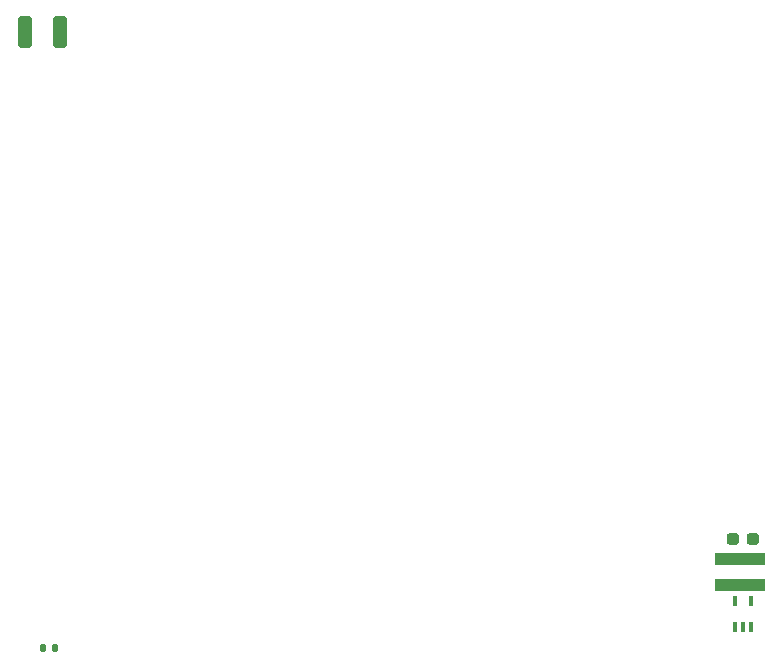
<source format=gbr>
%TF.GenerationSoftware,KiCad,Pcbnew,(6.0.8-1)-1*%
%TF.CreationDate,2022-10-31T21:03:20-04:00*%
%TF.ProjectId,Untitled,556e7469-746c-4656-942e-6b696361645f,rev?*%
%TF.SameCoordinates,Original*%
%TF.FileFunction,Paste,Top*%
%TF.FilePolarity,Positive*%
%FSLAX46Y46*%
G04 Gerber Fmt 4.6, Leading zero omitted, Abs format (unit mm)*
G04 Created by KiCad (PCBNEW (6.0.8-1)-1) date 2022-10-31 21:03:20*
%MOMM*%
%LPD*%
G01*
G04 APERTURE LIST*
G04 Aperture macros list*
%AMRoundRect*
0 Rectangle with rounded corners*
0 $1 Rounding radius*
0 $2 $3 $4 $5 $6 $7 $8 $9 X,Y pos of 4 corners*
0 Add a 4 corners polygon primitive as box body*
4,1,4,$2,$3,$4,$5,$6,$7,$8,$9,$2,$3,0*
0 Add four circle primitives for the rounded corners*
1,1,$1+$1,$2,$3*
1,1,$1+$1,$4,$5*
1,1,$1+$1,$6,$7*
1,1,$1+$1,$8,$9*
0 Add four rect primitives between the rounded corners*
20,1,$1+$1,$2,$3,$4,$5,0*
20,1,$1+$1,$4,$5,$6,$7,0*
20,1,$1+$1,$6,$7,$8,$9,0*
20,1,$1+$1,$8,$9,$2,$3,0*%
G04 Aperture macros list end*
%ADD10RoundRect,0.250000X-0.325000X-1.100000X0.325000X-1.100000X0.325000X1.100000X-0.325000X1.100000X0*%
%ADD11RoundRect,0.087500X-0.087500X-0.337500X0.087500X-0.337500X0.087500X0.337500X-0.087500X0.337500X0*%
%ADD12R,4.300000X1.100000*%
%ADD13RoundRect,0.135000X-0.135000X-0.185000X0.135000X-0.185000X0.135000X0.185000X-0.135000X0.185000X0*%
%ADD14RoundRect,0.237500X-0.287500X-0.237500X0.287500X-0.237500X0.287500X0.237500X-0.287500X0.237500X0*%
G04 APERTURE END LIST*
D10*
%TO.C,REF\u002A\u002A*%
X66885000Y-36200000D03*
X69835000Y-36200000D03*
%TD*%
D11*
%TO.C,REF\u002A\u002A*%
X126980000Y-86620000D03*
X127630000Y-86620000D03*
X128280000Y-86620000D03*
X128280000Y-84420000D03*
X126980000Y-84420000D03*
%TD*%
D12*
%TO.C,REF\u002A\u002A*%
X127380000Y-80820000D03*
X127380000Y-83020000D03*
%TD*%
D13*
%TO.C,REF\u002A\u002A*%
X68400000Y-88400000D03*
X69420000Y-88400000D03*
%TD*%
D14*
%TO.C,REF\u002A\u002A*%
X126755000Y-79160000D03*
X128505000Y-79160000D03*
%TD*%
M02*

</source>
